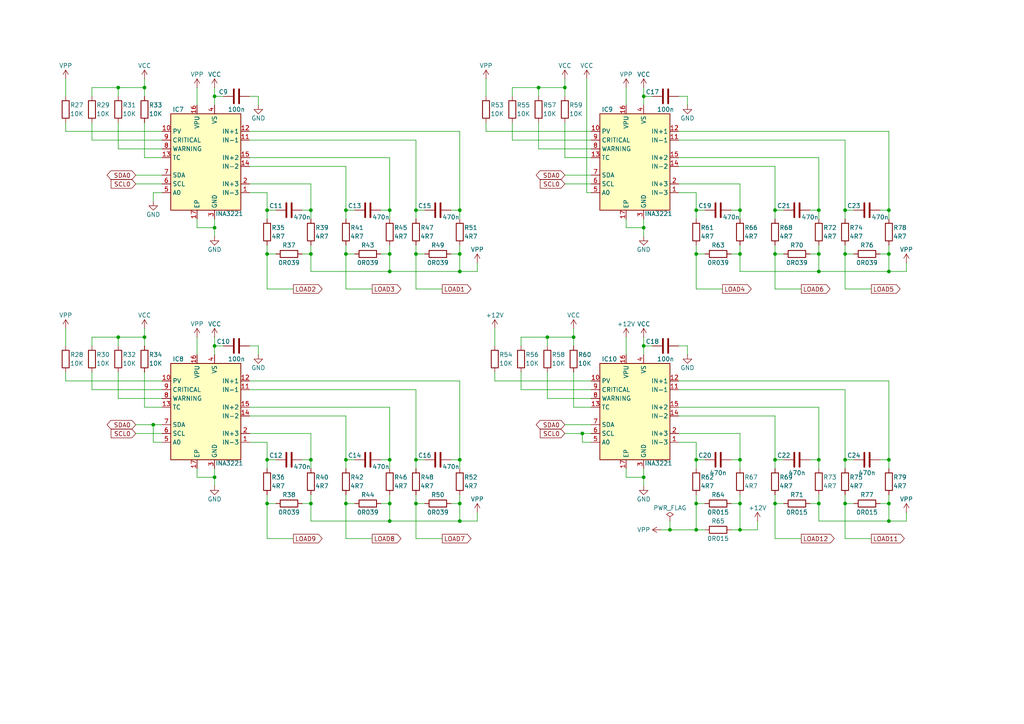
<source format=kicad_sch>
(kicad_sch (version 20250114) (generator "eeschema") (generator_version "9.0")
  (paper "A4")
  (junction (at 201.93 146.05))
  (junction (at 100.33 60.96))
  (junction (at 100.33 133.35))
  (junction (at 168.91 125.73))
  (junction (at 257.81 73.66))
  (junction (at 44.45 123.19))
  (junction (at 133.35 60.96))
  (junction (at 120.65 73.66))
  (junction (at 257.81 151.13))
  (junction (at 77.47 133.35))
  (junction (at 77.47 146.05))
  (junction (at 163.83 25.4))
  (junction (at 113.03 151.13))
  (junction (at 224.79 73.66))
  (junction (at 133.35 151.13))
  (junction (at 113.03 78.74))
  (junction (at 34.29 25.4))
  (junction (at 90.17 60.96))
  (junction (at 41.91 97.79))
  (junction (at 90.17 146.05))
  (junction (at 201.93 73.66))
  (junction (at 245.11 133.35))
  (junction (at 100.33 73.66))
  (junction (at 194.31 153.67))
  (junction (at 113.03 60.96))
  (junction (at 245.11 60.96))
  (junction (at 201.93 60.96))
  (junction (at 245.11 73.66))
  (junction (at 166.37 97.79))
  (junction (at 120.65 60.96))
  (junction (at 224.79 146.05))
  (junction (at 257.81 60.96))
  (junction (at 237.49 73.66))
  (junction (at 133.35 78.74))
  (junction (at 237.49 146.05))
  (junction (at 158.75 97.79))
  (junction (at 133.35 73.66))
  (junction (at 133.35 146.05))
  (junction (at 133.35 133.35))
  (junction (at 90.17 133.35))
  (junction (at 77.47 60.96))
  (junction (at 257.81 146.05))
  (junction (at 257.81 133.35))
  (junction (at 201.93 153.67))
  (junction (at 214.63 146.05))
  (junction (at 100.33 146.05))
  (junction (at 201.93 133.35))
  (junction (at 186.69 66.04))
  (junction (at 237.49 133.35))
  (junction (at 224.79 60.96))
  (junction (at 77.47 73.66))
  (junction (at 113.03 133.35))
  (junction (at 186.69 100.33))
  (junction (at 257.81 78.74))
  (junction (at 237.49 78.74))
  (junction (at 90.17 73.66))
  (junction (at 224.79 133.35))
  (junction (at 237.49 60.96))
  (junction (at 214.63 60.96))
  (junction (at 214.63 153.67))
  (junction (at 120.65 146.05))
  (junction (at 245.11 146.05))
  (junction (at 214.63 133.35))
  (junction (at 34.29 97.79))
  (junction (at 62.23 66.04))
  (junction (at 186.69 138.43))
  (junction (at 120.65 133.35))
  (junction (at 62.23 138.43))
  (junction (at 113.03 73.66))
  (junction (at 62.23 100.33))
  (junction (at 186.69 27.94))
  (junction (at 41.91 25.4))
  (junction (at 156.21 25.4))
  (junction (at 113.03 146.05))
  (junction (at 62.23 27.94))
  (junction (at 214.63 73.66))
  (wire (pts (xy 224.79 63.5) (xy 224.79 60.96)))
  (wire (pts (xy 120.65 133.35) (xy 123.19 133.35)))
  (wire (pts (xy 100.33 135.89) (xy 100.33 133.35)))
  (wire (pts (xy 77.47 135.89) (xy 77.47 133.35)))
  (wire (pts (xy 130.81 60.96) (xy 133.35 60.96)))
  (wire (pts (xy 120.65 135.89) (xy 120.65 133.35)))
  (wire (pts (xy 196.85 120.65) (xy 224.79 120.65)))
  (wire (pts (xy 196.85 40.64) (xy 245.11 40.64)))
  (wire (pts (xy 41.91 97.79) (xy 34.29 97.79)))
  (wire (pts (xy 57.15 138.43) (xy 62.23 138.43)))
  (wire (pts (xy 224.79 156.21) (xy 232.41 156.21)))
  (wire (pts (xy 90.17 125.73) (xy 90.17 133.35)))
  (wire (pts (xy 212.09 146.05) (xy 214.63 146.05)))
  (wire (pts (xy 100.33 48.26) (xy 100.33 60.96)))
  (wire (pts (xy 163.83 35.56) (xy 163.83 45.72)))
  (wire (pts (xy 140.97 38.1) (xy 171.45 38.1)))
  (wire (pts (xy 201.93 73.66) (xy 204.47 73.66)))
  (wire (pts (xy 120.65 146.05) (xy 120.65 156.21)))
  (wire (pts (xy 166.37 95.25) (xy 166.37 97.79)))
  (wire (pts (xy 62.23 63.5) (xy 62.23 66.04)))
  (wire (pts (xy 26.67 97.79) (xy 34.29 97.79)))
  (wire (pts (xy 151.13 113.03) (xy 171.45 113.03)))
  (wire (pts (xy 245.11 71.12) (xy 245.11 73.66)))
  (wire (pts (xy 72.39 113.03) (xy 120.65 113.03)))
  (wire (pts (xy 100.33 71.12) (xy 100.33 73.66)))
  (wire (pts (xy 224.79 143.51) (xy 224.79 146.05)))
  (wire (pts (xy 257.81 60.96) (xy 257.81 63.5)))
  (wire (pts (xy 113.03 78.74) (xy 133.35 78.74)))
  (wire (pts (xy 77.47 71.12) (xy 77.47 73.66)))
  (wire (pts (xy 224.79 146.05) (xy 224.79 156.21)))
  (wire (pts (xy 148.59 27.94) (xy 148.59 25.4)))
  (wire (pts (xy 120.65 143.51) (xy 120.65 146.05)))
  (wire (pts (xy 26.67 40.64) (xy 46.99 40.64)))
  (wire (pts (xy 41.91 118.11) (xy 46.99 118.11)))
  (wire (pts (xy 214.63 153.67) (xy 219.71 153.67)))
  (wire (pts (xy 44.45 123.19) (xy 44.45 128.27)))
  (wire (pts (xy 163.83 50.8) (xy 171.45 50.8)))
  (wire (pts (xy 170.18 55.88) (xy 171.45 55.88)))
  (wire (pts (xy 130.81 146.05) (xy 133.35 146.05)))
  (wire (pts (xy 255.27 60.96) (xy 257.81 60.96)))
  (wire (pts (xy 77.47 146.05) (xy 77.47 156.21)))
  (wire (pts (xy 90.17 78.74) (xy 113.03 78.74)))
  (wire (pts (xy 257.81 110.49) (xy 257.81 133.35)))
  (wire (pts (xy 262.89 151.13) (xy 257.81 151.13)))
  (wire (pts (xy 237.49 78.74) (xy 257.81 78.74)))
  (wire (pts (xy 62.23 138.43) (xy 62.23 140.97)))
  (wire (pts (xy 181.61 63.5) (xy 181.61 66.04)))
  (wire (pts (xy 41.91 107.95) (xy 41.91 118.11)))
  (wire (pts (xy 245.11 143.51) (xy 245.11 146.05)))
  (wire (pts (xy 57.15 66.04) (xy 62.23 66.04)))
  (wire (pts (xy 166.37 118.11) (xy 171.45 118.11)))
  (wire (pts (xy 77.47 83.82) (xy 85.09 83.82)))
  (wire (pts (xy 196.85 125.73) (xy 214.63 125.73)))
  (wire (pts (xy 224.79 133.35) (xy 227.33 133.35)))
  (wire (pts (xy 19.05 22.86) (xy 19.05 27.94)))
  (wire (pts (xy 110.49 146.05) (xy 113.03 146.05)))
  (wire (pts (xy 77.47 55.88) (xy 77.47 60.96)))
  (wire (pts (xy 100.33 146.05) (xy 102.87 146.05)))
  (wire (pts (xy 133.35 133.35) (xy 133.35 135.89)))
  (wire (pts (xy 194.31 151.13) (xy 194.31 153.67)))
  (wire (pts (xy 140.97 35.56) (xy 140.97 38.1)))
  (wire (pts (xy 130.81 73.66) (xy 133.35 73.66)))
  (wire (pts (xy 163.83 45.72) (xy 171.45 45.72)))
  (wire (pts (xy 100.33 73.66) (xy 100.33 83.82)))
  (wire (pts (xy 90.17 143.51) (xy 90.17 146.05)))
  (wire (pts (xy 39.37 50.8) (xy 46.99 50.8)))
  (wire (pts (xy 100.33 146.05) (xy 100.33 156.21)))
  (wire (pts (xy 120.65 156.21) (xy 128.27 156.21)))
  (wire (pts (xy 90.17 60.96) (xy 90.17 63.5)))
  (wire (pts (xy 212.09 153.67) (xy 214.63 153.67)))
  (wire (pts (xy 224.79 73.66) (xy 227.33 73.66)))
  (wire (pts (xy 26.67 113.03) (xy 46.99 113.03)))
  (wire (pts (xy 113.03 143.51) (xy 113.03 146.05)))
  (wire (pts (xy 199.39 27.94) (xy 199.39 30.48)))
  (wire (pts (xy 90.17 53.34) (xy 90.17 60.96)))
  (wire (pts (xy 39.37 53.34) (xy 46.99 53.34)))
  (wire (pts (xy 257.81 143.51) (xy 257.81 146.05)))
  (wire (pts (xy 196.85 118.11) (xy 237.49 118.11)))
  (wire (pts (xy 72.39 48.26) (xy 100.33 48.26)))
  (wire (pts (xy 255.27 133.35) (xy 257.81 133.35)))
  (wire (pts (xy 72.39 38.1) (xy 133.35 38.1)))
  (wire (pts (xy 170.18 22.86) (xy 170.18 55.88)))
  (wire (pts (xy 201.93 55.88) (xy 201.93 60.96)))
  (wire (pts (xy 133.35 71.12) (xy 133.35 73.66)))
  (wire (pts (xy 90.17 151.13) (xy 113.03 151.13)))
  (wire (pts (xy 214.63 143.51) (xy 214.63 146.05)))
  (wire (pts (xy 224.79 73.66) (xy 224.79 83.82)))
  (wire (pts (xy 133.35 38.1) (xy 133.35 60.96)))
  (wire (pts (xy 224.79 71.12) (xy 224.79 73.66)))
  (wire (pts (xy 196.85 128.27) (xy 201.93 128.27)))
  (wire (pts (xy 90.17 133.35) (xy 90.17 135.89)))
  (wire (pts (xy 163.83 27.94) (xy 163.83 25.4)))
  (wire (pts (xy 151.13 100.33) (xy 151.13 97.79)))
  (wire (pts (xy 148.59 35.56) (xy 148.59 40.64)))
  (wire (pts (xy 262.89 78.74) (xy 257.81 78.74)))
  (wire (pts (xy 113.03 71.12) (xy 113.03 73.66)))
  (wire (pts (xy 143.51 95.25) (xy 143.51 100.33)))
  (wire (pts (xy 163.83 53.34) (xy 171.45 53.34)))
  (wire (pts (xy 212.09 133.35) (xy 214.63 133.35)))
  (wire (pts (xy 245.11 63.5) (xy 245.11 60.96)))
  (wire (pts (xy 26.67 100.33) (xy 26.67 97.79)))
  (wire (pts (xy 120.65 73.66) (xy 120.65 83.82)))
  (wire (pts (xy 196.85 38.1) (xy 257.81 38.1)))
  (wire (pts (xy 237.49 133.35) (xy 237.49 135.89)))
  (wire (pts (xy 138.43 78.74) (xy 133.35 78.74)))
  (wire (pts (xy 26.67 25.4) (xy 34.29 25.4)))
  (wire (pts (xy 201.93 128.27) (xy 201.93 133.35)))
  (wire (pts (xy 196.85 53.34) (xy 214.63 53.34)))
  (wire (pts (xy 44.45 128.27) (xy 46.99 128.27)))
  (wire (pts (xy 90.17 146.05) (xy 90.17 151.13)))
  (wire (pts (xy 163.83 125.73) (xy 168.91 125.73)))
  (wire (pts (xy 255.27 73.66) (xy 257.81 73.66)))
  (wire (pts (xy 100.33 83.82) (xy 107.95 83.82)))
  (wire (pts (xy 100.33 143.51) (xy 100.33 146.05)))
  (wire (pts (xy 62.23 27.94) (xy 64.77 27.94)))
  (wire (pts (xy 234.95 73.66) (xy 237.49 73.66)))
  (wire (pts (xy 44.45 55.88) (xy 46.99 55.88)))
  (wire (pts (xy 77.47 156.21) (xy 85.09 156.21)))
  (wire (pts (xy 34.29 35.56) (xy 34.29 43.18)))
  (wire (pts (xy 262.89 76.2) (xy 262.89 78.74)))
  (wire (pts (xy 199.39 100.33) (xy 199.39 102.87)))
  (wire (pts (xy 100.33 63.5) (xy 100.33 60.96)))
  (wire (pts (xy 186.69 27.94) (xy 189.23 27.94)))
  (wire (pts (xy 194.31 153.67) (xy 201.93 153.67)))
  (wire (pts (xy 191.77 153.67) (xy 194.31 153.67)))
  (wire (pts (xy 74.93 100.33) (xy 74.93 102.87)))
  (wire (pts (xy 186.69 138.43) (xy 186.69 140.97)))
  (wire (pts (xy 224.79 135.89) (xy 224.79 133.35)))
  (wire (pts (xy 133.35 143.51) (xy 133.35 146.05)))
  (wire (pts (xy 138.43 148.59) (xy 138.43 151.13)))
  (wire (pts (xy 186.69 63.5) (xy 186.69 66.04)))
  (wire (pts (xy 196.85 48.26) (xy 224.79 48.26)))
  (wire (pts (xy 186.69 27.94) (xy 186.69 30.48)))
  (wire (pts (xy 201.93 60.96) (xy 204.47 60.96)))
  (wire (pts (xy 245.11 146.05) (xy 245.11 156.21)))
  (wire (pts (xy 133.35 146.05) (xy 133.35 151.13)))
  (wire (pts (xy 110.49 73.66) (xy 113.03 73.66)))
  (wire (pts (xy 113.03 45.72) (xy 113.03 60.96)))
  (wire (pts (xy 113.03 73.66) (xy 113.03 78.74)))
  (wire (pts (xy 245.11 113.03) (xy 245.11 133.35)))
  (wire (pts (xy 168.91 128.27) (xy 171.45 128.27)))
  (wire (pts (xy 224.79 83.82) (xy 232.41 83.82)))
  (wire (pts (xy 237.49 73.66) (xy 237.49 78.74)))
  (wire (pts (xy 77.47 73.66) (xy 80.01 73.66)))
  (wire (pts (xy 77.47 63.5) (xy 77.47 60.96)))
  (wire (pts (xy 113.03 118.11) (xy 113.03 133.35)))
  (wire (pts (xy 201.93 71.12) (xy 201.93 73.66)))
  (wire (pts (xy 77.47 143.51) (xy 77.47 146.05)))
  (wire (pts (xy 181.61 25.4) (xy 181.61 30.48)))
  (wire (pts (xy 100.33 73.66) (xy 102.87 73.66)))
  (wire (pts (xy 77.47 128.27) (xy 77.47 133.35)))
  (wire (pts (xy 120.65 83.82) (xy 128.27 83.82)))
  (wire (pts (xy 257.81 38.1) (xy 257.81 60.96)))
  (wire (pts (xy 156.21 25.4) (xy 156.21 27.94)))
  (wire (pts (xy 77.47 73.66) (xy 77.47 83.82)))
  (wire (pts (xy 87.63 60.96) (xy 90.17 60.96)))
  (wire (pts (xy 151.13 97.79) (xy 158.75 97.79)))
  (wire (pts (xy 148.59 25.4) (xy 156.21 25.4)))
  (wire (pts (xy 214.63 133.35) (xy 214.63 135.89)))
  (wire (pts (xy 201.93 73.66) (xy 201.93 83.82)))
  (wire (pts (xy 87.63 73.66) (xy 90.17 73.66)))
  (wire (pts (xy 245.11 73.66) (xy 247.65 73.66)))
  (wire (pts (xy 245.11 40.64) (xy 245.11 60.96)))
  (wire (pts (xy 196.85 27.94) (xy 199.39 27.94)))
  (wire (pts (xy 214.63 73.66) (xy 214.63 78.74)))
  (wire (pts (xy 168.91 125.73) (xy 171.45 125.73)))
  (wire (pts (xy 34.29 97.79) (xy 34.29 100.33)))
  (wire (pts (xy 181.61 135.89) (xy 181.61 138.43)))
  (wire (pts (xy 100.33 120.65) (xy 100.33 133.35)))
  (wire (pts (xy 212.09 60.96) (xy 214.63 60.96)))
  (wire (pts (xy 186.69 135.89) (xy 186.69 138.43)))
  (wire (pts (xy 34.29 107.95) (xy 34.29 115.57)))
  (wire (pts (xy 166.37 97.79) (xy 158.75 97.79)))
  (wire (pts (xy 120.65 63.5) (xy 120.65 60.96)))
  (wire (pts (xy 138.43 76.2) (xy 138.43 78.74)))
  (wire (pts (xy 120.65 73.66) (xy 123.19 73.66)))
  (wire (pts (xy 224.79 48.26) (xy 224.79 60.96)))
  (wire (pts (xy 19.05 95.25) (xy 19.05 100.33)))
  (wire (pts (xy 214.63 53.34) (xy 214.63 60.96)))
  (wire (pts (xy 120.65 113.03) (xy 120.65 133.35)))
  (wire (pts (xy 237.49 151.13) (xy 257.81 151.13)))
  (wire (pts (xy 143.51 110.49) (xy 171.45 110.49)))
  (wire (pts (xy 156.21 35.56) (xy 156.21 43.18)))
  (wire (pts (xy 57.15 135.89) (xy 57.15 138.43)))
  (wire (pts (xy 163.83 22.86) (xy 163.83 25.4)))
  (wire (pts (xy 148.59 40.64) (xy 171.45 40.64)))
  (wire (pts (xy 201.93 153.67) (xy 204.47 153.67)))
  (wire (pts (xy 72.39 55.88) (xy 77.47 55.88)))
  (wire (pts (xy 113.03 146.05) (xy 113.03 151.13)))
  (wire (pts (xy 245.11 135.89) (xy 245.11 133.35)))
  (wire (pts (xy 120.65 40.64) (xy 120.65 60.96)))
  (wire (pts (xy 44.45 123.19) (xy 46.99 123.19)))
  (wire (pts (xy 113.03 60.96) (xy 113.03 63.5)))
  (wire (pts (xy 201.93 133.35) (xy 204.47 133.35)))
  (wire (pts (xy 219.71 151.13) (xy 219.71 153.67)))
  (wire (pts (xy 39.37 123.19) (xy 44.45 123.19)))
  (wire (pts (xy 181.61 66.04) (xy 186.69 66.04)))
  (wire (pts (xy 57.15 97.79) (xy 57.15 102.87)))
  (wire (pts (xy 158.75 97.79) (xy 158.75 100.33)))
  (wire (pts (xy 26.67 107.95) (xy 26.67 113.03)))
  (wire (pts (xy 186.69 100.33) (xy 186.69 102.87)))
  (wire (pts (xy 62.23 135.89) (xy 62.23 138.43)))
  (wire (pts (xy 257.81 133.35) (xy 257.81 135.89)))
  (wire (pts (xy 72.39 120.65) (xy 100.33 120.65)))
  (wire (pts (xy 196.85 55.88) (xy 201.93 55.88)))
  (wire (pts (xy 224.79 60.96) (xy 227.33 60.96)))
  (wire (pts (xy 163.83 25.4) (xy 156.21 25.4)))
  (wire (pts (xy 214.63 60.96) (xy 214.63 63.5)))
  (wire (pts (xy 212.09 73.66) (xy 214.63 73.66)))
  (wire (pts (xy 237.49 71.12) (xy 237.49 73.66)))
  (wire (pts (xy 224.79 120.65) (xy 224.79 133.35)))
  (wire (pts (xy 186.69 66.04) (xy 186.69 68.58)))
  (wire (pts (xy 19.05 35.56) (xy 19.05 38.1)))
  (wire (pts (xy 186.69 25.4) (xy 186.69 27.94)))
  (wire (pts (xy 186.69 100.33) (xy 189.23 100.33)))
  (wire (pts (xy 237.49 146.05) (xy 237.49 151.13)))
  (wire (pts (xy 90.17 73.66) (xy 90.17 78.74)))
  (wire (pts (xy 262.89 148.59) (xy 262.89 151.13)))
  (wire (pts (xy 72.39 125.73) (xy 90.17 125.73)))
  (wire (pts (xy 140.97 22.86) (xy 140.97 27.94)))
  (wire (pts (xy 26.67 27.94) (xy 26.67 25.4)))
  (wire (pts (xy 201.93 83.82) (xy 209.55 83.82)))
  (wire (pts (xy 201.93 146.05) (xy 204.47 146.05)))
  (wire (pts (xy 19.05 107.95) (xy 19.05 110.49)))
  (wire (pts (xy 87.63 133.35) (xy 90.17 133.35)))
  (wire (pts (xy 133.35 110.49) (xy 133.35 133.35)))
  (wire (pts (xy 234.95 146.05) (xy 237.49 146.05)))
  (wire (pts (xy 34.29 43.18) (xy 46.99 43.18)))
  (wire (pts (xy 201.93 135.89) (xy 201.93 133.35)))
  (wire (pts (xy 77.47 60.96) (xy 80.01 60.96)))
  (wire (pts (xy 138.43 151.13) (xy 133.35 151.13)))
  (wire (pts (xy 62.23 100.33) (xy 64.77 100.33)))
  (wire (pts (xy 166.37 100.33) (xy 166.37 97.79)))
  (wire (pts (xy 245.11 133.35) (xy 247.65 133.35)))
  (wire (pts (xy 257.81 71.12) (xy 257.81 73.66)))
  (wire (pts (xy 120.65 71.12) (xy 120.65 73.66)))
  (wire (pts (xy 72.39 27.94) (xy 74.93 27.94)))
  (wire (pts (xy 57.15 63.5) (xy 57.15 66.04)))
  (wire (pts (xy 163.83 123.19) (xy 171.45 123.19)))
  (wire (pts (xy 113.03 151.13) (xy 133.35 151.13)))
  (wire (pts (xy 158.75 107.95) (xy 158.75 115.57)))
  (wire (pts (xy 245.11 73.66) (xy 245.11 83.82)))
  (wire (pts (xy 74.93 27.94) (xy 74.93 30.48)))
  (wire (pts (xy 72.39 110.49) (xy 133.35 110.49)))
  (wire (pts (xy 90.17 71.12) (xy 90.17 73.66)))
  (wire (pts (xy 196.85 113.03) (xy 245.11 113.03)))
  (wire (pts (xy 110.49 60.96) (xy 113.03 60.96)))
  (wire (pts (xy 245.11 60.96) (xy 247.65 60.96)))
  (wire (pts (xy 224.79 146.05) (xy 227.33 146.05)))
  (wire (pts (xy 133.35 73.66) (xy 133.35 78.74)))
  (wire (pts (xy 72.39 53.34) (xy 90.17 53.34)))
  (wire (pts (xy 234.95 60.96) (xy 237.49 60.96)))
  (wire (pts (xy 87.63 146.05) (xy 90.17 146.05)))
  (wire (pts (xy 72.39 128.27) (xy 77.47 128.27)))
  (wire (pts (xy 19.05 38.1) (xy 46.99 38.1)))
  (wire (pts (xy 100.33 133.35) (xy 102.87 133.35)))
  (wire (pts (xy 41.91 25.4) (xy 34.29 25.4)))
  (wire (pts (xy 168.91 125.73) (xy 168.91 128.27)))
  (wire (pts (xy 214.63 125.73) (xy 214.63 133.35)))
  (wire (pts (xy 113.03 133.35) (xy 113.03 135.89)))
  (wire (pts (xy 41.91 35.56) (xy 41.91 45.72)))
  (wire (pts (xy 257.81 73.66) (xy 257.81 78.74)))
  (wire (pts (xy 245.11 146.05) (xy 247.65 146.05)))
  (wire (pts (xy 196.85 110.49) (xy 257.81 110.49)))
  (wire (pts (xy 26.67 35.56) (xy 26.67 40.64)))
  (wire (pts (xy 143.51 107.95) (xy 143.51 110.49)))
  (wire (pts (xy 110.49 133.35) (xy 113.03 133.35)))
  (wire (pts (xy 100.33 60.96) (xy 102.87 60.96)))
  (wire (pts (xy 166.37 107.95) (xy 166.37 118.11)))
  (wire (pts (xy 181.61 97.79) (xy 181.61 102.87)))
  (wire (pts (xy 196.85 45.72) (xy 237.49 45.72)))
  (wire (pts (xy 237.49 60.96) (xy 237.49 63.5)))
  (wire (pts (xy 41.91 100.33) (xy 41.91 97.79)))
  (wire (pts (xy 234.95 133.35) (xy 237.49 133.35)))
  (wire (pts (xy 201.93 63.5) (xy 201.93 60.96)))
  (wire (pts (xy 19.05 110.49) (xy 46.99 110.49)))
  (wire (pts (xy 245.11 83.82) (xy 252.73 83.82)))
  (wire (pts (xy 151.13 107.95) (xy 151.13 113.03)))
  (wire (pts (xy 62.23 25.4) (xy 62.23 27.94)))
  (wire (pts (xy 186.69 97.79) (xy 186.69 100.33)))
  (wire (pts (xy 201.93 143.51) (xy 201.93 146.05)))
  (wire (pts (xy 72.39 40.64) (xy 120.65 40.64)))
  (wire (pts (xy 44.45 58.42) (xy 44.45 55.88)))
  (wire (pts (xy 62.23 27.94) (xy 62.23 30.48)))
  (wire (pts (xy 237.49 143.51) (xy 237.49 146.05)))
  (wire (pts (xy 34.29 25.4) (xy 34.29 27.94)))
  (wire (pts (xy 72.39 100.33) (xy 74.93 100.33)))
  (wire (pts (xy 214.63 71.12) (xy 214.63 73.66)))
  (wire (pts (xy 41.91 22.86) (xy 41.91 25.4)))
  (wire (pts (xy 255.27 146.05) (xy 257.81 146.05)))
  (wire (pts (xy 156.21 43.18) (xy 171.45 43.18)))
  (wire (pts (xy 57.15 25.4) (xy 57.15 30.48)))
  (wire (pts (xy 245.11 156.21) (xy 252.73 156.21)))
  (wire (pts (xy 62.23 66.04) (xy 62.23 68.58)))
  (wire (pts (xy 77.47 133.35) (xy 80.01 133.35)))
  (wire (pts (xy 237.49 45.72) (xy 237.49 60.96)))
  (wire (pts (xy 41.91 95.25) (xy 41.91 97.79)))
  (wire (pts (xy 72.39 45.72) (xy 113.03 45.72)))
  (wire (pts (xy 181.61 138.43) (xy 186.69 138.43)))
  (wire (pts (xy 120.65 146.05) (xy 123.19 146.05)))
  (wire (pts (xy 257.81 146.05) (xy 257.81 151.13)))
  (wire (pts (xy 34.29 115.57) (xy 46.99 115.57)))
  (wire (pts (xy 130.81 133.35) (xy 133.35 133.35)))
  (wire (pts (xy 133.35 60.96) (xy 133.35 63.5)))
  (wire (pts (xy 237.49 118.11) (xy 237.49 133.35)))
  (wire (pts (xy 100.33 156.21) (xy 107.95 156.21)))
  (wire (pts (xy 62.23 100.33) (xy 62.23 102.87)))
  (wire (pts (xy 39.37 125.73) (xy 46.99 125.73)))
  (wire (pts (xy 201.93 146.05) (xy 201.93 153.67)))
  (wire (pts (xy 41.91 45.72) (xy 46.99 45.72)))
  (wire (pts (xy 158.75 115.57) (xy 171.45 115.57)))
  (wire (pts (xy 62.23 97.79) (xy 62.23 100.33)))
  (wire (pts (xy 41.91 27.94) (xy 41.91 25.4)))
  (wire (pts (xy 72.39 118.11) (xy 113.03 118.11)))
  (wire (pts (xy 77.47 146.05) (xy 80.01 146.05)))
  (wire (pts (xy 120.65 60.96) (xy 123.19 60.96)))
  (wire (pts (xy 196.85 100.33) (xy 199.39 100.33)))
  (wire (pts (xy 214.63 146.05) (xy 214.63 153.67)))
  (wire (pts (xy 214.63 78.74) (xy 237.49 78.74)))
  (global_label "SCL0" (shape input) (at 163.83 53.34 180) (property "Intersheetrefs" "${INTERSHEET_REFS}" (effects (hide yes))))
  (global_label "LOAD4" (shape output) (at 209.55 83.82 0) (property "Intersheetrefs" "${INTERSHEET_REFS}" (effects (hide yes))))
  (global_label "SDA0" (shape bidirectional) (at 163.83 123.19 180) (property "Intersheetrefs" "${INTERSHEET_REFS}" (effects (hide yes))))
  (global_label "LOAD3" (shape output) (at 107.95 83.82 0) (property "Intersheetrefs" "${INTERSHEET_REFS}" (effects (hide yes))))
  (global_label "LOAD9" (shape output) (at 85.09 156.21 0) (property "Intersheetrefs" "${INTERSHEET_REFS}" (effects (hide yes))))
  (global_label "SCL0" (shape input) (at 39.37 125.73 180) (property "Intersheetrefs" "${INTERSHEET_REFS}" (effects (hide yes))))
  (global_label "LOAD1" (shape output) (at 128.27 83.82 0) (property "Intersheetrefs" "${INTERSHEET_REFS}" (effects (hide yes))))
  (global_label "SCL0" (shape input) (at 39.37 53.34 180) (property "Intersheetrefs" "${INTERSHEET_REFS}" (effects (hide yes))))
  (global_label "LOAD12" (shape output) (at 232.41 156.21 0) (property "Intersheetrefs" "${INTERSHEET_REFS}" (effects (hide yes))))
  (global_label "SDA0" (shape bidirectional) (at 163.83 50.8 180) (property "Intersheetrefs" "${INTERSHEET_REFS}" (effects (hide yes))))
  (global_label "SDA0" (shape bidirectional) (at 39.37 123.19 180) (property "Intersheetrefs" "${INTERSHEET_REFS}" (effects (hide yes))))
  (global_label "LOAD6" (shape output) (at 232.41 83.82 0) (property "Intersheetrefs" "${INTERSHEET_REFS}" (effects (hide yes))))
  (global_label "LOAD7" (shape output) (at 128.27 156.21 0) (property "Intersheetrefs" "${INTERSHEET_REFS}" (effects (hide yes))))
  (global_label "LOAD5" (shape output) (at 252.73 83.82 0) (property "Intersheetrefs" "${INTERSHEET_REFS}" (effects (hide yes))))
  (global_label "SCL0" (shape input) (at 163.83 125.73 180) (property "Intersheetrefs" "${INTERSHEET_REFS}" (effects (hide yes))))
  (global_label "LOAD8" (shape output) (at 107.95 156.21 0) (property "Intersheetrefs" "${INTERSHEET_REFS}" (effects (hide yes))))
  (global_label "SDA0" (shape bidirectional) (at 39.37 50.8 180) (property "Intersheetrefs" "${INTERSHEET_REFS}" (effects (hide yes))))
  (global_label "LOAD11" (shape output) (at 252.73 156.21 0) (property "Intersheetrefs" "${INTERSHEET_REFS}" (effects (hide yes))))
  (global_label "LOAD2" (shape output) (at 85.09 83.82 0) (property "Intersheetrefs" "${INTERSHEET_REFS}" (effects (hide yes))))
  (symbol (lib_id "Device:C") (at 83.82 60.96 90) (unit 1)
    (property "Reference" "C11" (at 80.01 59.69 90))
    (property "Value" "470n" (at 87.63 62.992 90))
    (property "Footprint" "Capacitor_SMD:C_0603_1608Metric" (effects (hide yes)))
    (property "Description" "Unpolarized capacitor" (effects (hide yes)))
  )
  (symbol (lib_id "power:VPP") (at 57.15 25.4 0) (unit 1)
    (property "Reference" "#PWR071" (effects (hide yes)))
    (property "Value" "VPP" (at 57.15 21.59 0))
    (property "Description" "Power symbol creates a global label with name \"VPP\"" (effects (hide yes)))
  )
  (symbol (lib_id "Power_Management:INA3221") (at 184.15 48.26 0) (mirror y) (unit 1)
    (property "Reference" "IC9" (at 174.498 31.75 0) (effects (justify right)))
    (property "Value" "INA3221" (at 186.944 61.976 0) (effects (justify right)))
    (property "Footprint" "Package_DFN_QFN:Texas_RGV0016A_VQFN-16-1EP_4x4mm_P0.65mm_EP2.1x2.1mm" (effects (hide yes)))
    (property "Datasheet" "http://www.ti.com/lit/ds/symlink/ina3221.pdf" (effects (hide yes)))
    (property "Description" "Triple-Channel High-Side Shunt and Bus Voltage Monitor with I2C and SMBUS Compatible Interface, QFN-16" (effects (hide yes)))
  )
  (symbol (lib_id "Device:R") (at 237.49 67.31 0) (unit 1)
    (property "Reference" "R72" (at 238.76 66.04 0) (effects (justify left)))
    (property "Value" "4R7" (at 238.76 68.58 0) (effects (justify left)))
    (property "Footprint" "Resistor_SMD:R_0603_1608Metric" (effects (hide yes)))
    (property "Description" "Resistor" (effects (hide yes)))
  )
  (symbol (lib_id "Device:R") (at 208.28 73.66 90) (unit 1)
    (property "Reference" "R63" (at 208.28 71.12 90))
    (property "Value" "0R039" (at 208.28 76.2 90))
    (property "Footprint" "Resistor_SMD:R_1206_3216Metric" (effects (hide yes)))
    (property "Description" "Resistor" (effects (hide yes)))
  )
  (symbol (lib_id "Device:C") (at 127 60.96 90) (unit 1)
    (property "Reference" "C15" (at 123.19 59.69 90))
    (property "Value" "470n" (at 130.81 62.992 90))
    (property "Footprint" "Capacitor_SMD:C_0603_1608Metric" (effects (hide yes)))
    (property "Description" "Unpolarized capacitor" (effects (hide yes)))
  )
  (symbol (lib_id "Device:C") (at 106.68 133.35 90) (unit 1)
    (property "Reference" "C14" (at 102.87 132.08 90))
    (property "Value" "470n" (at 110.49 135.382 90))
    (property "Footprint" "Capacitor_SMD:C_0603_1608Metric" (effects (hide yes)))
    (property "Description" "Unpolarized capacitor" (effects (hide yes)))
  )
  (symbol (lib_id "Device:R") (at 151.13 104.14 0) (unit 1)
    (property "Reference" "R56" (at 152.4 102.87 0) (effects (justify left)))
    (property "Value" "10K" (at 152.4 105.41 0) (effects (justify left)))
    (property "Footprint" "Resistor_SMD:R_0603_1608Metric" (effects (hide yes)))
    (property "Description" "Resistor" (effects (hide yes)))
  )
  (symbol (lib_id "Device:R") (at 113.03 67.31 0) (unit 1)
    (property "Reference" "R45" (at 114.3 66.04 0) (effects (justify left)))
    (property "Value" "4R7" (at 114.3 68.58 0) (effects (justify left)))
    (property "Footprint" "Resistor_SMD:R_0603_1608Metric" (effects (hide yes)))
    (property "Description" "Resistor" (effects (hide yes)))
  )
  (symbol (lib_id "power:GND") (at 199.39 102.87 0) (unit 1)
    (property "Reference" "#PWR094" (effects (hide yes)))
    (property "Value" "GND" (at 199.39 106.68 0))
    (property "Description" "Power symbol creates a global label with name \"GND\" , ground" (effects (hide yes)))
  )
  (symbol (lib_id "power:VCC") (at 163.83 22.86 0) (unit 1)
    (property "Reference" "#PWR083" (effects (hide yes)))
    (property "Value" "VCC" (at 163.83 19.05 0))
    (property "Description" "Power symbol creates a global label with name \"VCC\"" (effects (hide yes)))
  )
  (symbol (lib_id "Power_Management:INA3221") (at 184.15 120.65 0) (mirror y) (unit 1)
    (property "Reference" "IC10" (at 174.498 104.14 0) (effects (justify right)))
    (property "Value" "INA3221" (at 186.944 134.366 0) (effects (justify right)))
    (property "Footprint" "Package_DFN_QFN:Texas_RGV0016A_VQFN-16-1EP_4x4mm_P0.65mm_EP2.1x2.1mm" (effects (hide yes)))
    (property "Datasheet" "http://www.ti.com/lit/ds/symlink/ina3221.pdf" (effects (hide yes)))
    (property "Description" "Triple-Channel High-Side Shunt and Bus Voltage Monitor with I2C and SMBUS Compatible Interface, QFN-16" (effects (hide yes)))
  )
  (symbol (lib_id "power:GND") (at 62.23 140.97 0) (unit 1)
    (property "Reference" "#PWR076" (effects (hide yes)))
    (property "Value" "GND" (at 62.23 144.78 0))
    (property "Description" "Power symbol creates a global label with name \"GND\" , ground" (effects (hide yes)))
  )
  (symbol (lib_id "Device:R") (at 224.79 67.31 0) (unit 1)
    (property "Reference" "R68" (at 226.06 66.04 0) (effects (justify left)))
    (property "Value" "4R7" (at 226.06 68.58 0) (effects (justify left)))
    (property "Footprint" "Resistor_SMD:R_0603_1608Metric" (effects (hide yes)))
    (property "Description" "Resistor" (effects (hide yes)))
  )
  (symbol (lib_id "Device:R") (at 90.17 139.7 0) (unit 1)
    (property "Reference" "R40" (at 91.44 138.43 0) (effects (justify left)))
    (property "Value" "4R7" (at 91.44 140.97 0) (effects (justify left)))
    (property "Footprint" "Resistor_SMD:R_0603_1608Metric" (effects (hide yes)))
    (property "Description" "Resistor" (effects (hide yes)))
  )
  (symbol (lib_id "Device:R") (at 163.83 31.75 0) (unit 1)
    (property "Reference" "R59" (at 165.1 30.48 0) (effects (justify left)))
    (property "Value" "10K" (at 165.1 33.02 0) (effects (justify left)))
    (property "Footprint" "Resistor_SMD:R_0603_1608Metric" (effects (hide yes)))
    (property "Description" "Resistor" (effects (hide yes)))
  )
  (symbol (lib_id "power:VCC") (at 41.91 22.86 0) (unit 1)
    (property "Reference" "#PWR068" (effects (hide yes)))
    (property "Value" "VCC" (at 41.91 19.05 0))
    (property "Description" "Power symbol creates a global label with name \"VCC\"" (effects (hide yes)))
  )
  (symbol (lib_id "Device:R") (at 83.82 146.05 90) (unit 1)
    (property "Reference" "R38" (at 83.82 143.51 90))
    (property "Value" "0R039" (at 83.82 148.59 90))
    (property "Footprint" "Resistor_SMD:R_1206_3216Metric" (effects (hide yes)))
    (property "Description" "Resistor" (effects (hide yes)))
  )
  (symbol (lib_id "Device:R") (at 224.79 139.7 0) (unit 1)
    (property "Reference" "R69" (at 226.06 138.43 0) (effects (justify left)))
    (property "Value" "4R7" (at 226.06 140.97 0) (effects (justify left)))
    (property "Footprint" "Resistor_SMD:R_0603_1608Metric" (effects (hide yes)))
    (property "Description" "Resistor" (effects (hide yes)))
  )
  (symbol (lib_id "Device:R") (at 106.68 73.66 90) (unit 1)
    (property "Reference" "R43" (at 106.68 71.12 90))
    (property "Value" "0R039" (at 106.68 76.2 90))
    (property "Footprint" "Resistor_SMD:R_1206_3216Metric" (effects (hide yes)))
    (property "Description" "Resistor" (effects (hide yes)))
  )
  (symbol (lib_id "power:+12V") (at 181.61 97.79 0) (unit 1)
    (property "Reference" "#PWR087" (effects (hide yes)))
    (property "Value" "+12V" (at 181.61 93.98 0))
    (property "Description" "Power symbol creates a global label with name \"+12V\"" (effects (hide yes)))
  )
  (symbol (lib_id "Device:R") (at 127 73.66 90) (unit 1)
    (property "Reference" "R49" (at 127 71.12 90))
    (property "Value" "0R039" (at 127 76.2 90))
    (property "Footprint" "Resistor_SMD:R_1206_3216Metric" (effects (hide yes)))
    (property "Description" "Resistor" (effects (hide yes)))
  )
  (symbol (lib_id "Device:R") (at 120.65 139.7 0) (unit 1)
    (property "Reference" "R48" (at 121.92 138.43 0) (effects (justify left)))
    (property "Value" "4R7" (at 121.92 140.97 0) (effects (justify left)))
    (property "Footprint" "Resistor_SMD:R_0603_1608Metric" (effects (hide yes)))
    (property "Description" "Resistor" (effects (hide yes)))
  )
  (symbol (lib_id "power:VCC") (at 41.91 95.25 0) (unit 1)
    (property "Reference" "#PWR069" (effects (hide yes)))
    (property "Value" "VCC" (at 41.91 91.44 0))
    (property "Description" "Power symbol creates a global label with name \"VCC\"" (effects (hide yes)))
  )
  (symbol (lib_id "Device:R") (at 257.81 67.31 0) (unit 1)
    (property "Reference" "R78" (at 259.08 66.04 0) (effects (justify left)))
    (property "Value" "4R7" (at 259.08 68.58 0) (effects (justify left)))
    (property "Footprint" "Resistor_SMD:R_0603_1608Metric" (effects (hide yes)))
    (property "Description" "Resistor" (effects (hide yes)))
  )
  (symbol (lib_id "power:VPP") (at 262.89 76.2 0) (unit 1)
    (property "Reference" "#PWR096" (effects (hide yes)))
    (property "Value" "VPP" (at 262.89 72.39 0))
    (property "Description" "Power symbol creates a global label with name \"VPP\"" (effects (hide yes)))
  )
  (symbol (lib_id "Device:C") (at 68.58 27.94 90) (unit 1)
    (property "Reference" "C9" (at 64.77 26.67 90))
    (property "Value" "100n" (at 68.58 31.75 90))
    (property "Footprint" "Capacitor_SMD:C_0603_1608Metric" (effects (hide yes)))
    (property "Description" "Unpolarized capacitor" (effects (hide yes)))
  )
  (symbol (lib_id "Device:R") (at 113.03 139.7 0) (unit 1)
    (property "Reference" "R46" (at 114.3 138.43 0) (effects (justify left)))
    (property "Value" "4R7" (at 114.3 140.97 0) (effects (justify left)))
    (property "Footprint" "Resistor_SMD:R_0603_1608Metric" (effects (hide yes)))
    (property "Description" "Resistor" (effects (hide yes)))
  )
  (symbol (lib_id "power:VPP") (at 191.77 153.67 90) (unit 1)
    (property "Reference" "#PWR092" (effects (hide yes)))
    (property "Value" "VPP" (at 186.69 153.67 90))
    (property "Description" "Power symbol creates a global label with name \"VPP\"" (effects (hide yes)))
  )
  (symbol (lib_id "power:VPP") (at 19.05 95.25 0) (unit 1)
    (property "Reference" "#PWR067" (effects (hide yes)))
    (property "Value" "VPP" (at 19.05 91.44 0))
    (property "Description" "Power symbol creates a global label with name \"VPP\"" (effects (hide yes)))
  )
  (symbol (lib_id "Device:R") (at 237.49 139.7 0) (unit 1)
    (property "Reference" "R73" (at 238.76 138.43 0) (effects (justify left)))
    (property "Value" "4R7" (at 238.76 140.97 0) (effects (justify left)))
    (property "Footprint" "Resistor_SMD:R_0603_1608Metric" (effects (hide yes)))
    (property "Description" "Resistor" (effects (hide yes)))
  )
  (symbol (lib_id "Device:R") (at 19.05 104.14 0) (unit 1)
    (property "Reference" "R28" (at 20.32 102.87 0) (effects (justify left)))
    (property "Value" "10K" (at 20.32 105.41 0) (effects (justify left)))
    (property "Footprint" "Resistor_SMD:R_0603_1608Metric" (effects (hide yes)))
    (property "Description" "Resistor" (effects (hide yes)))
  )
  (symbol (lib_id "Device:R") (at 34.29 104.14 0) (unit 1)
    (property "Reference" "R32" (at 35.56 102.87 0) (effects (justify left)))
    (property "Value" "10K" (at 35.56 105.41 0) (effects (justify left)))
    (property "Footprint" "Resistor_SMD:R_0603_1608Metric" (effects (hide yes)))
    (property "Description" "Resistor" (effects (hide yes)))
  )
  (symbol (lib_id "Device:R") (at 166.37 104.14 0) (unit 1)
    (property "Reference" "R60" (at 167.64 102.87 0) (effects (justify left)))
    (property "Value" "10K" (at 167.64 105.41 0) (effects (justify left)))
    (property "Footprint" "Resistor_SMD:R_0603_1608Metric" (effects (hide yes)))
    (property "Description" "Resistor" (effects (hide yes)))
  )
  (symbol (lib_id "Device:R") (at 26.67 104.14 0) (unit 1)
    (property "Reference" "R30" (at 27.94 102.87 0) (effects (justify left)))
    (property "Value" "10K" (at 27.94 105.41 0) (effects (justify left)))
    (property "Footprint" "Resistor_SMD:R_0603_1608Metric" (effects (hide yes)))
    (property "Description" "Resistor" (effects (hide yes)))
  )
  (symbol (lib_id "power:+12V") (at 219.71 151.13 0) (unit 1)
    (property "Reference" "#PWR095" (effects (hide yes)))
    (property "Value" "+12V" (at 219.71 147.32 0))
    (property "Description" "Power symbol creates a global label with name \"+12V\"" (effects (hide yes)))
  )
  (symbol (lib_id "power:VPP") (at 140.97 22.86 0) (unit 1)
    (property "Reference" "#PWR081" (effects (hide yes)))
    (property "Value" "VPP" (at 140.97 19.05 0))
    (property "Description" "Power symbol creates a global label with name \"VPP\"" (effects (hide yes)))
  )
  (symbol (lib_id "Device:C") (at 127 133.35 90) (unit 1)
    (property "Reference" "C16" (at 123.19 132.08 90))
    (property "Value" "470n" (at 130.81 135.382 90))
    (property "Footprint" "Capacitor_SMD:C_0603_1608Metric" (effects (hide yes)))
    (property "Description" "Unpolarized capacitor" (effects (hide yes)))
  )
  (symbol (lib_id "Power_Management:INA3221") (at 59.69 48.26 0) (mirror y) (unit 1)
    (property "Reference" "IC7" (at 50.038 31.75 0) (effects (justify right)))
    (property "Value" "INA3221" (at 62.484 61.976 0) (effects (justify right)))
    (property "Footprint" "Package_DFN_QFN:Texas_RGV0016A_VQFN-16-1EP_4x4mm_P0.65mm_EP2.1x2.1mm" (effects (hide yes)))
    (property "Datasheet" "http://www.ti.com/lit/ds/symlink/ina3221.pdf" (effects (hide yes)))
    (property "Description" "Triple-Channel High-Side Shunt and Bus Voltage Monitor with I2C and SMBUS Compatible Interface, QFN-16" (effects (hide yes)))
  )
  (symbol (lib_id "power:VCC") (at 186.69 97.79 0) (unit 1)
    (property "Reference" "#PWR090" (effects (hide yes)))
    (property "Value" "VCC" (at 186.69 93.98 0))
    (property "Description" "Power symbol creates a global label with name \"VCC\"" (effects (hide yes)))
  )
  (symbol (lib_id "Device:R") (at 143.51 104.14 0) (unit 1)
    (property "Reference" "R54" (at 144.78 102.87 0) (effects (justify left)))
    (property "Value" "10K" (at 144.78 105.41 0) (effects (justify left)))
    (property "Footprint" "Resistor_SMD:R_0603_1608Metric" (effects (hide yes)))
    (property "Description" "Resistor" (effects (hide yes)))
  )
  (symbol (lib_id "Device:C") (at 193.04 100.33 90) (unit 1)
    (property "Reference" "C18" (at 189.23 99.06 90))
    (property "Value" "100n" (at 193.04 104.14 90))
    (property "Footprint" "Capacitor_SMD:C_0603_1608Metric" (effects (hide yes)))
    (property "Description" "Unpolarized capacitor" (effects (hide yes)))
  )
  (symbol (lib_id "Device:R") (at 120.65 67.31 0) (unit 1)
    (property "Reference" "R47" (at 121.92 66.04 0) (effects (justify left)))
    (property "Value" "4R7" (at 121.92 68.58 0) (effects (justify left)))
    (property "Footprint" "Resistor_SMD:R_0603_1608Metric" (effects (hide yes)))
    (property "Description" "Resistor" (effects (hide yes)))
  )
  (symbol (lib_id "power:VCC") (at 62.23 97.79 0) (unit 1)
    (property "Reference" "#PWR075" (effects (hide yes)))
    (property "Value" "VCC" (at 62.23 93.98 0))
    (property "Description" "Power symbol creates a global label with name \"VCC\"" (effects (hide yes)))
  )
  (symbol (lib_id "power:GND") (at 199.39 30.48 0) (unit 1)
    (property "Reference" "#PWR093" (effects (hide yes)))
    (property "Value" "GND" (at 199.39 34.29 0))
    (property "Description" "Power symbol creates a global label with name \"GND\" , ground" (effects (hide yes)))
  )
  (symbol (lib_id "Device:C") (at 68.58 100.33 90) (unit 1)
    (property "Reference" "C10" (at 64.77 99.06 90))
    (property "Value" "100n" (at 68.58 104.14 90))
    (property "Footprint" "Capacitor_SMD:C_0603_1608Metric" (effects (hide yes)))
    (property "Description" "Unpolarized capacitor" (effects (hide yes)))
  )
  (symbol (lib_id "Device:C") (at 83.82 133.35 90) (unit 1)
    (property "Reference" "C12" (at 80.01 132.08 90))
    (property "Value" "470n" (at 87.63 135.382 90))
    (property "Footprint" "Capacitor_SMD:C_0603_1608Metric" (effects (hide yes)))
    (property "Description" "Unpolarized capacitor" (effects (hide yes)))
  )
  (symbol (lib_id "Device:R") (at 257.81 139.7 0) (unit 1)
    (property "Reference" "R79" (at 259.08 138.43 0) (effects (justify left)))
    (property "Value" "4R7" (at 259.08 140.97 0) (effects (justify left)))
    (property "Footprint" "Resistor_SMD:R_0603_1608Metric" (effects (hide yes)))
    (property "Description" "Resistor" (effects (hide yes)))
  )
  (symbol (lib_id "power:VCC") (at 62.23 25.4 0) (unit 1)
    (property "Reference" "#PWR073" (effects (hide yes)))
    (property "Value" "VCC" (at 62.23 21.59 0))
    (property "Description" "Power symbol creates a global label with name \"VCC\"" (effects (hide yes)))
  )
  (symbol (lib_id "power:+12V") (at 143.51 95.25 0) (unit 1)
    (property "Reference" "#PWR082" (effects (hide yes)))
    (property "Value" "+12V" (at 143.51 91.44 0))
    (property "Description" "Power symbol creates a global label with name \"+12V\"" (effects (hide yes)))
  )
  (symbol (lib_id "Device:R") (at 245.11 139.7 0) (unit 1)
    (property "Reference" "R75" (at 246.38 138.43 0) (effects (justify left)))
    (property "Value" "4R7" (at 246.38 140.97 0) (effects (justify left)))
    (property "Footprint" "Resistor_SMD:R_0603_1608Metric" (effects (hide yes)))
    (property "Description" "Resistor" (effects (hide yes)))
  )
  (symbol (lib_id "power:GND") (at 74.93 30.48 0) (unit 1)
    (property "Reference" "#PWR077" (effects (hide yes)))
    (property "Value" "GND" (at 74.93 34.29 0))
    (property "Description" "Power symbol creates a global label with name \"GND\" , ground" (effects (hide yes)))
  )
  (symbol (lib_id "Device:R") (at 201.93 67.31 0) (unit 1)
    (property "Reference" "R61" (at 203.2 66.04 0) (effects (justify left)))
    (property "Value" "4R7" (at 203.2 68.58 0) (effects (justify left)))
    (property "Footprint" "Resistor_SMD:R_0603_1608Metric" (effects (hide yes)))
    (property "Description" "Resistor" (effects (hide yes)))
  )
  (symbol (lib_id "Device:R") (at 231.14 73.66 90) (unit 1)
    (property "Reference" "R70" (at 231.14 71.12 90))
    (property "Value" "0R039" (at 231.14 76.2 90))
    (property "Footprint" "Resistor_SMD:R_1206_3216Metric" (effects (hide yes)))
    (property "Description" "Resistor" (effects (hide yes)))
  )
  (symbol (lib_id "power:VPP") (at 19.05 22.86 0) (unit 1)
    (property "Reference" "#PWR066" (effects (hide yes)))
    (property "Value" "VPP" (at 19.05 19.05 0))
    (property "Description" "Power symbol creates a global label with name \"VPP\"" (effects (hide yes)))
  )
  (symbol (lib_id "Device:R") (at 19.05 31.75 0) (unit 1)
    (property "Reference" "R27" (at 20.32 30.48 0) (effects (justify left)))
    (property "Value" "10K" (at 20.32 33.02 0) (effects (justify left)))
    (property "Footprint" "Resistor_SMD:R_0603_1608Metric" (effects (hide yes)))
    (property "Description" "Resistor" (effects (hide yes)))
  )
  (symbol (lib_id "Device:R") (at 214.63 139.7 0) (unit 1)
    (property "Reference" "R67" (at 215.9 138.43 0) (effects (justify left)))
    (property "Value" "4R7" (at 215.9 140.97 0) (effects (justify left)))
    (property "Footprint" "Resistor_SMD:R_0603_1608Metric" (effects (hide yes)))
    (property "Description" "Resistor" (effects (hide yes)))
  )
  (symbol (lib_id "power:VPP") (at 181.61 25.4 0) (unit 1)
    (property "Reference" "#PWR086" (effects (hide yes)))
    (property "Value" "VPP" (at 181.61 21.59 0))
    (property "Description" "Power symbol creates a global label with name \"VPP\"" (effects (hide yes)))
  )
  (symbol (lib_id "power:VPP") (at 138.43 148.59 0) (unit 1)
    (property "Reference" "#PWR080" (effects (hide yes)))
    (property "Value" "VPP" (at 138.43 144.78 0))
    (property "Description" "Power symbol creates a global label with name \"VPP\"" (effects (hide yes)))
  )
  (symbol (lib_id "power:GND") (at 186.69 140.97 0) (unit 1)
    (property "Reference" "#PWR091" (effects (hide yes)))
    (property "Value" "GND" (at 186.69 144.78 0))
    (property "Description" "Power symbol creates a global label with name \"GND\" , ground" (effects (hide yes)))
  )
  (symbol (lib_id "Device:R") (at 26.67 31.75 0) (unit 1)
    (property "Reference" "R29" (at 27.94 30.48 0) (effects (justify left)))
    (property "Value" "10K" (at 27.94 33.02 0) (effects (justify left)))
    (property "Footprint" "Resistor_SMD:R_0603_1608Metric" (effects (hide yes)))
    (property "Description" "Resistor" (effects (hide yes)))
  )
  (symbol (lib_id "power:VPP") (at 57.15 97.79 0) (unit 1)
    (property "Reference" "#PWR072" (effects (hide yes)))
    (property "Value" "VPP" (at 57.15 93.98 0))
    (property "Description" "Power symbol creates a global label with name \"VPP\"" (effects (hide yes)))
  )
  (symbol (lib_id "Device:R") (at 214.63 67.31 0) (unit 1)
    (property "Reference" "R66" (at 215.9 66.04 0) (effects (justify left)))
    (property "Value" "4R7" (at 215.9 68.58 0) (effects (justify left)))
    (property "Footprint" "Resistor_SMD:R_0603_1608Metric" (effects (hide yes)))
    (property "Description" "Resistor" (effects (hide yes)))
  )
  (symbol (lib_id "Device:R") (at 133.35 139.7 0) (unit 1)
    (property "Reference" "R52" (at 134.62 138.43 0) (effects (justify left)))
    (property "Value" "4R7" (at 134.62 140.97 0) (effects (justify left)))
    (property "Footprint" "Resistor_SMD:R_0603_1608Metric" (effects (hide yes)))
    (property "Description" "Resistor" (effects (hide yes)))
  )
  (symbol (lib_id "Device:R") (at 90.17 67.31 0) (unit 1)
    (property "Reference" "R39" (at 91.44 66.04 0) (effects (justify left)))
    (property "Value" "4R7" (at 91.44 68.58 0) (effects (justify left)))
    (property "Footprint" "Resistor_SMD:R_0603_1608Metric" (effects (hide yes)))
    (property "Description" "Resistor" (effects (hide yes)))
  )
  (symbol (lib_id "Device:C") (at 106.68 60.96 90) (unit 1)
    (property "Reference" "C13" (at 102.87 59.69 90))
    (property "Value" "470n" (at 110.49 62.992 90))
    (property "Footprint" "Capacitor_SMD:C_0603_1608Metric" (effects (hide yes)))
    (property "Description" "Unpolarized capacitor" (effects (hide yes)))
  )
  (symbol (lib_id "Device:R") (at 245.11 67.31 0) (unit 1)
    (property "Reference" "R74" (at 246.38 66.04 0) (effects (justify left)))
    (property "Value" "4R7" (at 246.38 68.58 0) (effects (justify left)))
    (property "Footprint" "Resistor_SMD:R_0603_1608Metric" (effects (hide yes)))
    (property "Description" "Resistor" (effects (hide yes)))
  )
  (symbol (lib_id "Device:C") (at 193.04 27.94 90) (unit 1)
    (property "Reference" "C17" (at 189.23 26.67 90))
    (property "Value" "100n" (at 193.04 31.75 90))
    (property "Footprint" "Capacitor_SMD:C_0603_1608Metric" (effects (hide yes)))
    (property "Description" "Unpolarized capacitor" (effects (hide yes)))
  )
  (symbol (lib_id "Device:R") (at 133.35 67.31 0) (unit 1)
    (property "Reference" "R51" (at 134.62 66.04 0) (effects (justify left)))
    (property "Value" "4R7" (at 134.62 68.58 0) (effects (justify left)))
    (property "Footprint" "Resistor_SMD:R_0603_1608Metric" (effects (hide yes)))
    (property "Description" "Resistor" (effects (hide yes)))
  )
  (symbol (lib_id "Device:R") (at 100.33 67.31 0) (unit 1)
    (property "Reference" "R41" (at 101.6 66.04 0) (effects (justify left)))
    (property "Value" "4R7" (at 101.6 68.58 0) (effects (justify left)))
    (property "Footprint" "Resistor_SMD:R_0603_1608Metric" (effects (hide yes)))
    (property "Description" "Resistor" (effects (hide yes)))
  )
  (symbol (lib_id "Device:R") (at 83.82 73.66 90) (unit 1)
    (property "Reference" "R37" (at 83.82 71.12 90))
    (property "Value" "0R039" (at 83.82 76.2 90))
    (property "Footprint" "Resistor_SMD:R_1206_3216Metric" (effects (hide yes)))
    (property "Description" "Resistor" (effects (hide yes)))
  )
  (symbol (lib_id "Device:C") (at 208.28 60.96 90) (unit 1)
    (property "Reference" "C19" (at 204.47 59.69 90))
    (property "Value" "470n" (at 212.09 62.992 90))
    (property "Footprint" "Capacitor_SMD:C_0603_1608Metric" (effects (hide yes)))
    (property "Description" "Unpolarized capacitor" (effects (hide yes)))
  )
  (symbol (lib_id "power:VCC") (at 186.69 25.4 0) (unit 1)
    (property "Reference" "#PWR088" (effects (hide yes)))
    (property "Value" "VCC" (at 186.69 21.59 0))
    (property "Description" "Power symbol creates a global label with name \"VCC\"" (effects (hide yes)))
  )
  (symbol (lib_id "Device:R") (at 156.21 31.75 0) (unit 1)
    (property "Reference" "R57" (at 157.48 30.48 0) (effects (justify left)))
    (property "Value" "10K" (at 157.48 33.02 0) (effects (justify left)))
    (property "Footprint" "Resistor_SMD:R_0603_1608Metric" (effects (hide yes)))
    (property "Description" "Resistor" (effects (hide yes)))
  )
  (symbol (lib_id "Device:R") (at 148.59 31.75 0) (unit 1)
    (property "Reference" "R55" (at 149.86 30.48 0) (effects (justify left)))
    (property "Value" "10K" (at 149.86 33.02 0) (effects (justify left)))
    (property "Footprint" "Resistor_SMD:R_0603_1608Metric" (effects (hide yes)))
    (property "Description" "Resistor" (effects (hide yes)))
  )
  (symbol (lib_id "power:GND") (at 186.69 68.58 0) (unit 1)
    (property "Reference" "#PWR089" (effects (hide yes)))
    (property "Value" "GND" (at 186.69 72.39 0))
    (property "Description" "Power symbol creates a global label with name \"GND\" , ground" (effects (hide yes)))
  )
  (symbol (lib_id "Device:R") (at 231.14 146.05 90) (unit 1)
    (property "Reference" "R71" (at 231.14 143.51 90))
    (property "Value" "0R015" (at 231.14 148.59 90))
    (property "Footprint" "Resistor_SMD:R_1206_3216Metric" (effects (hide yes)))
    (property "Description" "Resistor" (effects (hide yes)))
  )
  (symbol (lib_id "Device:R") (at 34.29 31.75 0) (unit 1)
    (property "Reference" "R31" (at 35.56 30.48 0) (effects (justify left)))
    (property "Value" "10K" (at 35.56 33.02 0) (effects (justify left)))
    (property "Footprint" "Resistor_SMD:R_0603_1608Metric" (effects (hide yes)))
    (property "Description" "Resistor" (effects (hide yes)))
  )
  (symbol (lib_id "power:VPP") (at 262.89 148.59 0) (unit 1)
    (property "Reference" "#PWR097" (effects (hide yes)))
    (property "Value" "VPP" (at 262.89 144.78 0))
    (property "Description" "Power symbol creates a global label with name \"VPP\"" (effects (hide yes)))
  )
  (symbol (lib_id "power:PWR_FLAG") (at 194.31 151.13 0) (unit 1)
    (property "Reference" "#FLG05" (effects (hide yes)))
    (property "Value" "PWR_FLAG" (at 194.31 147.32 0))
    (property "Description" "Special symbol for telling ERC where power comes from" (effects (hide yes)))
  )
  (symbol (lib_id "Device:R") (at 158.75 104.14 0) (unit 1)
    (property "Reference" "R58" (at 160.02 102.87 0) (effects (justify left)))
    (property "Value" "10K" (at 160.02 105.41 0) (effects (justify left)))
    (property "Footprint" "Resistor_SMD:R_0603_1608Metric" (effects (hide yes)))
    (property "Description" "Resistor" (effects (hide yes)))
  )
  (symbol (lib_id "Device:R") (at 251.46 73.66 90) (unit 1)
    (property "Reference" "R76" (at 251.46 71.12 90))
    (property "Value" "0R039" (at 251.46 76.2 90))
    (property "Footprint" "Resistor_SMD:R_1206_3216Metric" (effects (hide yes)))
    (property "Description" "Resistor" (effects (hide yes)))
  )
  (symbol (lib_id "power:VCC") (at 166.37 95.25 0) (unit 1)
    (property "Reference" "#PWR084" (effects (hide yes)))
    (property "Value" "VCC" (at 166.37 91.44 0))
    (property "Description" "Power symbol creates a global label with name \"VCC\"" (effects (hide yes)))
  )
  (symbol (lib_id "Device:R") (at 251.46 146.05 90) (unit 1)
    (property "Reference" "R77" (at 251.46 143.51 90))
    (property "Value" "0R015" (at 251.46 148.59 90))
    (property "Footprint" "Resistor_SMD:R_1206_3216Metric" (effects (hide yes)))
    (property "Description" "Resistor" (effects (hide yes)))
  )
  (symbol (lib_id "Device:C") (at 231.14 133.35 90) (unit 1)
    (property "Reference" "C22" (at 227.33 132.08 90))
    (property "Value" "470n" (at 231.14 137.16 90))
    (property "Footprint" "Capacitor_SMD:C_0603_1608Metric" (effects (hide yes)))
    (property "Description" "Unpolarized capacitor" (effects (hide yes)))
  )
  (symbol (lib_id "Device:R") (at 208.28 153.67 90) (unit 1)
    (property "Reference" "R65" (at 208.28 151.13 90))
    (property "Value" "0R015" (at 208.28 156.21 90))
    (property "Footprint" "Resistor_SMD:R_1206_3216Metric" (effects (hide yes)))
    (property "Description" "Resistor" (effects (hide yes)))
  )
  (symbol (lib_id "Device:R") (at 100.33 139.7 0) (unit 1)
    (property "Reference" "R42" (at 101.6 138.43 0) (effects (justify left)))
    (property "Value" "4R7" (at 101.6 140.97 0) (effects (justify left)))
    (property "Footprint" "Resistor_SMD:R_0603_1608Metric" (effects (hide yes)))
    (property "Description" "Resistor" (effects (hide yes)))
  )
  (symbol (lib_id "Device:R") (at 41.91 104.14 0) (unit 1)
    (property "Reference" "R34" (at 43.18 102.87 0) (effects (justify left)))
    (property "Value" "10K" (at 43.18 105.41 0) (effects (justify left)))
    (property "Footprint" "Resistor_SMD:R_0603_1608Metric" (effects (hide yes)))
    (property "Description" "Resistor" (effects (hide yes)))
  )
  (symbol (lib_id "Device:R") (at 77.47 139.7 0) (unit 1)
    (property "Reference" "R36" (at 78.74 138.43 0) (effects (justify left)))
    (property "Value" "4R7" (at 78.74 140.97 0) (effects (justify left)))
    (property "Footprint" "Resistor_SMD:R_0603_1608Metric" (effects (hide yes)))
    (property "Description" "Resistor" (effects (hide yes)))
  )
  (symbol (lib_id "power:GND") (at 74.93 102.87 0) (unit 1)
    (property "Reference" "#PWR078" (effects (hide yes)))
    (property "Value" "GND" (at 74.93 106.68 0))
    (property "Description" "Power symbol creates a global label with name \"GND\" , ground" (effects (hide yes)))
  )
  (symbol (lib_id "Device:R") (at 140.97 31.75 0) (unit 1)
    (property "Reference" "R53" (at 142.24 30.48 0) (effects (justify left)))
    (property "Value" "10K" (at 142.24 33.02 0) (effects (justify left)))
    (property "Footprint" "Resistor_SMD:R_0603_1608Metric" (effects (hide yes)))
    (property "Description" "Resistor" (effects (hide yes)))
  )
  (symbol (lib_id "power:VPP") (at 138.43 76.2 0) (unit 1)
    (property "Reference" "#PWR079" (effects (hide yes)))
    (property "Value" "VPP" (at 138.43 72.39 0))
    (property "Description" "Power symbol creates a global label with name \"VPP\"" (effects (hide yes)))
  )
  (symbol (lib_id "Device:C") (at 251.46 133.35 90) (unit 1)
    (property "Reference" "C24" (at 247.65 132.08 90))
    (property "Value" "470n" (at 251.46 137.16 90))
    (property "Footprint" "Capacitor_SMD:C_0603_1608Metric" (effects (hide yes)))
    (property "Description" "Unpolarized capacitor" (effects (hide yes)))
  )
  (symbol (lib_id "power:GND") (at 44.45 58.42 0) (unit 1)
    (property "Reference" "#PWR070" (effects (hide yes)))
    (property "Value" "GND" (at 44.45 62.23 0))
    (property "Description" "Power symbol creates a global label with name \"GND\" , ground" (effects (hide yes)))
  )
  (symbol (lib_id "Device:R") (at 127 146.05 90) (unit 1)
    (property "Reference" "R50" (at 127 143.51 90))
    (property "Value" "0R039" (at 127 148.59 90))
    (property "Footprint" "Resistor_SMD:R_1206_3216Metric" (effects (hide yes)))
    (property "Description" "Resistor" (effects (hide yes)))
  )
  (symbol (lib_id "Device:C") (at 231.14 60.96 90) (unit 1)
    (property "Reference" "C21" (at 227.33 59.69 90))
    (property "Value" "470n" (at 234.95 62.992 90))
    (property "Footprint" "Capacitor_SMD:C_0603_1608Metric" (effects (hide yes)))
    (property "Description" "Unpolarized capacitor" (effects (hide yes)))
  )
  (symbol (lib_id "Device:C") (at 208.28 133.35 90) (unit 1)
    (property "Reference" "C20" (at 204.47 132.08 90))
    (property "Value" "470n" (at 208.28 137.16 90))
    (property "Footprint" "Capacitor_SMD:C_0603_1608Metric" (effects (hide yes)))
    (property "Description" "Unpolarized capacitor" (effects (hide yes)))
  )
  (symbol (lib_id "Device:R") (at 41.91 31.75 0) (unit 1)
    (property "Reference" "R33" (at 43.18 30.48 0) (effects (justify left)))
    (property "Value" "10K" (at 43.18 33.02 0) (effects (justify left)))
    (property "Footprint" "Resistor_SMD:R_0603_1608Metric" (effects (hide yes)))
    (property "Description" "Resistor" (effects (hide yes)))
  )
  (symbol (lib_id "power:VCC") (at 170.18 22.86 0) (unit 1)
    (property "Reference" "#PWR085" (effects (hide yes)))
    (property "Value" "VCC" (at 170.18 19.05 0))
    (property "Description" "Power symbol creates a global label with name \"VCC\"" (effects (hide yes)))
  )
  (symbol (lib_id "power:GND") (at 62.23 68.58 0) (unit 1)
    (property "Reference" "#PWR074" (effects (hide yes)))
    (property "Value" "GND" (at 62.23 72.39 0))
    (property "Description" "Power symbol creates a global label with name \"GND\" , ground" (effects (hide yes)))
  )
  (symbol (lib_id "Device:R") (at 106.68 146.05 90) (unit 1)
    (property "Reference" "R44" (at 106.68 143.51 90))
    (property "Value" "0R039" (at 106.68 148.59 90))
    (property "Footprint" "Resistor_SMD:R_1206_3216Metric" (effects (hide yes)))
    (property "Description" "Resistor" (effects (hide yes)))
  )
  (symbol (lib_id "Device:R") (at 77.47 67.31 0) (unit 1)
    (property "Reference" "R35" (at 78.74 66.04 0) (effects (justify left)))
    (property "Value" "4R7" (at 78.74 68.58 0) (effects (justify left)))
    (property "Footprint" "Resistor_SMD:R_0603_1608Metric" (effects (hide yes)))
    (property "Description" "Resistor" (effects (hide yes)))
  )
  (symbol (lib_id "Power_Management:INA3221") (at 59.69 120.65 0) (mirror y) (unit 1)
    (property "Reference" "IC8" (at 50.038 104.14 0) (effects (justify right)))
    (property "Value" "INA3221" (at 62.484 134.366 0) (effects (justify right)))
    (property "Footprint" "Package_DFN_QFN:Texas_RGV0016A_VQFN-16-1EP_4x4mm_P0.65mm_EP2.1x2.1mm" (effects (hide yes)))
    (property "Datasheet" "http://www.ti.com/lit/ds/symlink/ina3221.pdf" (effects (hide yes)))
    (property "Description" "Triple-Channel High-Side Shunt and Bus Voltage Monitor with I2C and SMBUS Compatible Interface, QFN-16" (effects (hide yes)))
  )
  (symbol (lib_id "Device:R") (at 201.93 139.7 0) (unit 1)
    (property "Reference" "R62" (at 203.2 138.43 0) (effects (justify left)))
    (property "Value" "4R7" (at 203.2 140.97 0) (effects (justify left)))
    (property "Footprint" "Resistor_SMD:R_0603_1608Metric" (effects (hide yes)))
    (property "Description" "Resistor" (effects (hide yes)))
  )
  (symbol (lib_id "Device:C") (at 251.46 60.96 90) (unit 1)
    (property "Reference" "C23" (at 247.65 59.69 90))
    (property "Value" "470n" (at 255.27 62.992 90))
    (property "Footprint" "Capacitor_SMD:C_0603_1608Metric" (effects (hide yes)))
    (property "Description" "Unpolarized capacitor" (effects (hide yes)))
  )
  (symbol (lib_id "Device:R") (at 208.28 146.05 90) (unit 1)
    (property "Reference" "R64" (at 208.28 143.51 90))
    (property "Value" "0R015" (at 208.28 148.59 90))
    (property "Footprint" "Resistor_SMD:R_1206_3216Metric" (effects (hide yes)))
    (property "Description" "Resistor" (effects (hide yes)))
  )
)
</source>
